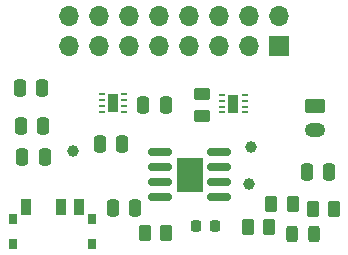
<source format=gbr>
%TF.GenerationSoftware,KiCad,Pcbnew,8.0.0*%
%TF.CreationDate,2024-04-21T04:34:17+02:00*%
%TF.ProjectId,MicroMouse Power,4d696372-6f4d-46f7-9573-6520506f7765,rev?*%
%TF.SameCoordinates,Original*%
%TF.FileFunction,Soldermask,Top*%
%TF.FilePolarity,Negative*%
%FSLAX46Y46*%
G04 Gerber Fmt 4.6, Leading zero omitted, Abs format (unit mm)*
G04 Created by KiCad (PCBNEW 8.0.0) date 2024-04-21 04:34:17*
%MOMM*%
%LPD*%
G01*
G04 APERTURE LIST*
G04 Aperture macros list*
%AMRoundRect*
0 Rectangle with rounded corners*
0 $1 Rounding radius*
0 $2 $3 $4 $5 $6 $7 $8 $9 X,Y pos of 4 corners*
0 Add a 4 corners polygon primitive as box body*
4,1,4,$2,$3,$4,$5,$6,$7,$8,$9,$2,$3,0*
0 Add four circle primitives for the rounded corners*
1,1,$1+$1,$2,$3*
1,1,$1+$1,$4,$5*
1,1,$1+$1,$6,$7*
1,1,$1+$1,$8,$9*
0 Add four rect primitives between the rounded corners*
20,1,$1+$1,$2,$3,$4,$5,0*
20,1,$1+$1,$4,$5,$6,$7,0*
20,1,$1+$1,$6,$7,$8,$9,0*
20,1,$1+$1,$8,$9,$2,$3,0*%
G04 Aperture macros list end*
%ADD10C,1.000000*%
%ADD11RoundRect,0.250000X-0.250000X-0.475000X0.250000X-0.475000X0.250000X0.475000X-0.250000X0.475000X0*%
%ADD12RoundRect,0.250000X-0.262500X-0.450000X0.262500X-0.450000X0.262500X0.450000X-0.262500X0.450000X0*%
%ADD13RoundRect,0.062500X0.187500X0.062500X-0.187500X0.062500X-0.187500X-0.062500X0.187500X-0.062500X0*%
%ADD14R,0.900000X1.600000*%
%ADD15RoundRect,0.243750X-0.243750X-0.456250X0.243750X-0.456250X0.243750X0.456250X-0.243750X0.456250X0*%
%ADD16RoundRect,0.250000X-0.625000X0.350000X-0.625000X-0.350000X0.625000X-0.350000X0.625000X0.350000X0*%
%ADD17O,1.750000X1.200000*%
%ADD18RoundRect,0.250000X0.450000X-0.262500X0.450000X0.262500X-0.450000X0.262500X-0.450000X-0.262500X0*%
%ADD19RoundRect,0.250000X0.262500X0.450000X-0.262500X0.450000X-0.262500X-0.450000X0.262500X-0.450000X0*%
%ADD20RoundRect,0.062500X-0.187500X-0.062500X0.187500X-0.062500X0.187500X0.062500X-0.187500X0.062500X0*%
%ADD21RoundRect,0.250000X0.250000X0.475000X-0.250000X0.475000X-0.250000X-0.475000X0.250000X-0.475000X0*%
%ADD22R,0.900000X1.400000*%
%ADD23R,0.750000X0.850000*%
%ADD24RoundRect,0.150000X-0.825000X-0.150000X0.825000X-0.150000X0.825000X0.150000X-0.825000X0.150000X0*%
%ADD25R,2.290000X3.000000*%
%ADD26RoundRect,0.218750X-0.218750X-0.256250X0.218750X-0.256250X0.218750X0.256250X-0.218750X0.256250X0*%
%ADD27R,1.700000X1.700000*%
%ADD28O,1.700000X1.700000*%
G04 APERTURE END LIST*
D10*
%TO.C,TP5*%
X195900000Y-58410000D03*
%TD*%
D11*
%TO.C,C5*%
X176370000Y-53470000D03*
X178270000Y-53470000D03*
%TD*%
D10*
%TO.C,TP4*%
X180880000Y-58790000D03*
%TD*%
D11*
%TO.C,C4*%
X176560000Y-59240000D03*
X178460000Y-59240000D03*
%TD*%
D12*
%TO.C,R4*%
X197645000Y-63240000D03*
X199470000Y-63240000D03*
%TD*%
D13*
%TO.C,U5*%
X195390000Y-55500000D03*
X195390000Y-55000000D03*
X195390000Y-54500000D03*
X195390000Y-54000000D03*
X193490000Y-54000000D03*
X193490000Y-54500000D03*
X193490000Y-55000000D03*
X193490000Y-55500000D03*
D14*
X194440000Y-54750000D03*
%TD*%
D15*
%TO.C,D1*%
X199390000Y-65790000D03*
X201265000Y-65790000D03*
%TD*%
D16*
%TO.C,J2*%
X201360000Y-54970000D03*
D17*
X201360000Y-56970000D03*
%TD*%
D18*
%TO.C,R3*%
X191770000Y-55760000D03*
X191770000Y-53935000D03*
%TD*%
D11*
%TO.C,C2*%
X186800000Y-54860000D03*
X188700000Y-54860000D03*
%TD*%
%TO.C,C3*%
X176460000Y-56680000D03*
X178360000Y-56680000D03*
%TD*%
%TO.C,C9*%
X200680000Y-60510000D03*
X202580000Y-60510000D03*
%TD*%
D10*
%TO.C,TP1*%
X195730000Y-61560000D03*
%TD*%
D19*
%TO.C,R1*%
X188760000Y-65730000D03*
X186935000Y-65730000D03*
%TD*%
D20*
%TO.C,U4*%
X183300000Y-53980000D03*
X183300000Y-54480000D03*
X183300000Y-54980000D03*
X183300000Y-55480000D03*
X185200000Y-55480000D03*
X185200000Y-54980000D03*
X185200000Y-54480000D03*
X185200000Y-53980000D03*
D14*
X184250000Y-54730000D03*
%TD*%
D19*
%TO.C,R2*%
X197500000Y-65210000D03*
X195675000Y-65210000D03*
%TD*%
D21*
%TO.C,C1*%
X186150000Y-63570000D03*
X184250000Y-63570000D03*
%TD*%
D12*
%TO.C,R5*%
X201165000Y-63700000D03*
X202990000Y-63700000D03*
%TD*%
D22*
%TO.C,SW1*%
X176890000Y-63513700D03*
X179890000Y-63513700D03*
X181390000Y-63513700D03*
D23*
X175765000Y-64480700D03*
X175765000Y-66630700D03*
X182515000Y-64480700D03*
X182515000Y-66605700D03*
%TD*%
D11*
%TO.C,C6*%
X183120000Y-58210000D03*
X185020000Y-58210000D03*
%TD*%
D24*
%TO.C,U1*%
X188265000Y-58855000D03*
X188265000Y-60125000D03*
X188265000Y-61395000D03*
X188265000Y-62665000D03*
X193215000Y-62665000D03*
X193215000Y-61395000D03*
X193215000Y-60125000D03*
X193215000Y-58855000D03*
D25*
X190740000Y-60760000D03*
%TD*%
D26*
%TO.C,D2*%
X191292500Y-65120000D03*
X192867500Y-65120000D03*
%TD*%
D27*
%TO.C,J1*%
X198330000Y-49900000D03*
D28*
X198330000Y-47360000D03*
X195790000Y-49900000D03*
X195790000Y-47360000D03*
X193250000Y-49900000D03*
X193250000Y-47360000D03*
X190710000Y-49900000D03*
X190710000Y-47360000D03*
X188170000Y-49900000D03*
X188170000Y-47360000D03*
X185630000Y-49900000D03*
X185630000Y-47360000D03*
X183090000Y-49900000D03*
X183090000Y-47360000D03*
X180550000Y-49900000D03*
X180550000Y-47360000D03*
%TD*%
M02*

</source>
